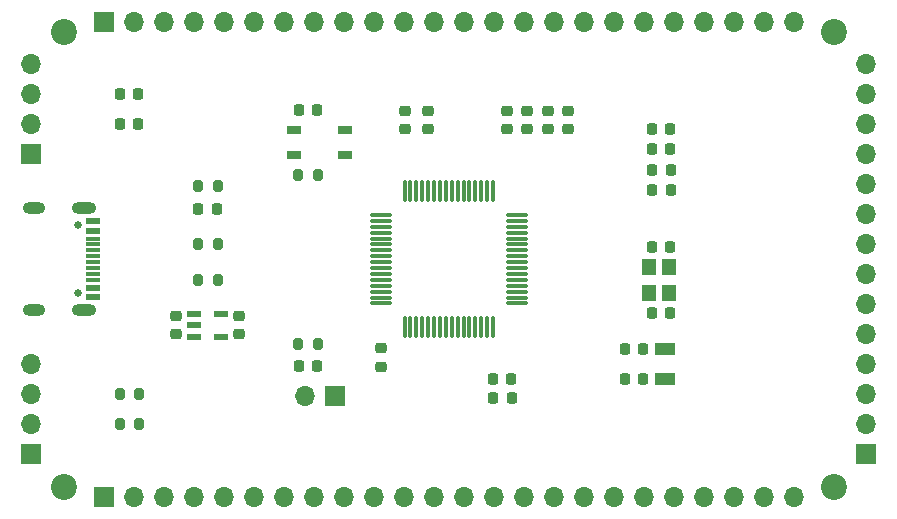
<source format=gts>
%TF.GenerationSoftware,KiCad,Pcbnew,8.0.4*%
%TF.CreationDate,2024-08-12T16:22:58+08:00*%
%TF.ProjectId,UINIO-MCU-HC32F460KETA,55494e49-4f2d-44d4-9355-2d4843333246,Version 1.0.0*%
%TF.SameCoordinates,PX71f45d0PY4ce7800*%
%TF.FileFunction,Soldermask,Top*%
%TF.FilePolarity,Negative*%
%FSLAX46Y46*%
G04 Gerber Fmt 4.6, Leading zero omitted, Abs format (unit mm)*
G04 Created by KiCad (PCBNEW 8.0.4) date 2024-08-12 16:22:58*
%MOMM*%
%LPD*%
G01*
G04 APERTURE LIST*
G04 Aperture macros list*
%AMRoundRect*
0 Rectangle with rounded corners*
0 $1 Rounding radius*
0 $2 $3 $4 $5 $6 $7 $8 $9 X,Y pos of 4 corners*
0 Add a 4 corners polygon primitive as box body*
4,1,4,$2,$3,$4,$5,$6,$7,$8,$9,$2,$3,0*
0 Add four circle primitives for the rounded corners*
1,1,$1+$1,$2,$3*
1,1,$1+$1,$4,$5*
1,1,$1+$1,$6,$7*
1,1,$1+$1,$8,$9*
0 Add four rect primitives between the rounded corners*
20,1,$1+$1,$2,$3,$4,$5,0*
20,1,$1+$1,$4,$5,$6,$7,0*
20,1,$1+$1,$6,$7,$8,$9,0*
20,1,$1+$1,$8,$9,$2,$3,0*%
G04 Aperture macros list end*
%ADD10RoundRect,0.218750X0.218750X0.256250X-0.218750X0.256250X-0.218750X-0.256250X0.218750X-0.256250X0*%
%ADD11RoundRect,0.200000X0.200000X0.275000X-0.200000X0.275000X-0.200000X-0.275000X0.200000X-0.275000X0*%
%ADD12RoundRect,0.225000X0.250000X-0.225000X0.250000X0.225000X-0.250000X0.225000X-0.250000X-0.225000X0*%
%ADD13R,1.157000X0.490000*%
%ADD14R,1.175000X0.490000*%
%ADD15C,2.200000*%
%ADD16RoundRect,0.218750X-0.256250X0.218750X-0.256250X-0.218750X0.256250X-0.218750X0.256250X0.218750X0*%
%ADD17RoundRect,0.225000X-0.225000X-0.250000X0.225000X-0.250000X0.225000X0.250000X-0.225000X0.250000X0*%
%ADD18R,1.800000X1.000000*%
%ADD19R,1.700000X1.700000*%
%ADD20O,1.700000X1.700000*%
%ADD21RoundRect,0.225000X-0.250000X0.225000X-0.250000X-0.225000X0.250000X-0.225000X0.250000X0.225000X0*%
%ADD22C,0.650000*%
%ADD23O,2.100000X1.000000*%
%ADD24O,1.900000X1.000000*%
%ADD25R,1.150000X0.600000*%
%ADD26R,1.150000X0.300000*%
%ADD27RoundRect,0.200000X-0.200000X-0.275000X0.200000X-0.275000X0.200000X0.275000X-0.200000X0.275000X0*%
%ADD28RoundRect,0.225000X0.225000X0.250000X-0.225000X0.250000X-0.225000X-0.250000X0.225000X-0.250000X0*%
%ADD29R,1.200000X0.650000*%
%ADD30O,2.000000X0.300000*%
%ADD31O,0.300000X2.000000*%
%ADD32R,1.200000X1.400000*%
G04 APERTURE END LIST*
D10*
%TO.C,L3*%
X50465000Y-15630000D03*
X48890000Y-15630000D03*
%TD*%
D11*
%TO.C,R4*%
X20600000Y-28670000D03*
X18950000Y-28670000D03*
%TD*%
D12*
%TO.C,C2*%
X40060000Y-10445000D03*
X40060000Y-8895000D03*
%TD*%
D13*
%TO.C,U1*%
X10091500Y-26110000D03*
X10091500Y-27060000D03*
X10091500Y-28010000D03*
D14*
X12399500Y-28010000D03*
X12399500Y-26110000D03*
%TD*%
D12*
%TO.C,C1*%
X38330000Y-10445000D03*
X38330000Y-8895000D03*
%TD*%
%TO.C,C17*%
X25920000Y-30550000D03*
X25920000Y-29000000D03*
%TD*%
D10*
%TO.C,L4*%
X50465000Y-13900000D03*
X48890000Y-13900000D03*
%TD*%
D15*
%TO.C,HOLE\u002A\u002A*%
X-880000Y-40710000D03*
%TD*%
D12*
%TO.C,C4*%
X8610000Y-27830000D03*
X8610000Y-26280000D03*
%TD*%
D15*
%TO.C,HOLE\u002A\u002A*%
X-880000Y-2210000D03*
%TD*%
D16*
%TO.C,L2*%
X36600000Y-8882500D03*
X36600000Y-10457500D03*
%TD*%
D11*
%TO.C,R5*%
X20580000Y-14330000D03*
X18930000Y-14330000D03*
%TD*%
D17*
%TO.C,C9*%
X19000000Y-30480000D03*
X20550000Y-30480000D03*
%TD*%
D18*
%TO.C,Y1*%
X50007500Y-29080002D03*
X50007500Y-31580000D03*
%TD*%
D19*
%TO.C,J4*%
X22080000Y-33010000D03*
D20*
X19540000Y-33010000D03*
%TD*%
D21*
%TO.C,C8*%
X27940000Y-8880000D03*
X27940000Y-10430000D03*
%TD*%
D19*
%TO.C,J5*%
X-3650000Y-12560000D03*
D20*
X-3650000Y-10020000D03*
X-3650000Y-7480000D03*
X-3650000Y-4940000D03*
%TD*%
D22*
%TO.C,USB1*%
X289000Y-18570000D03*
X289000Y-24350000D03*
D23*
X789000Y-17135000D03*
X789000Y-25785000D03*
D24*
X-3411000Y-17135000D03*
X-3411000Y-25785000D03*
D25*
X1551000Y-18260000D03*
X1551000Y-19060000D03*
D26*
X1551000Y-20210000D03*
X1551000Y-21210000D03*
X1551000Y-21710000D03*
X1551000Y-22710000D03*
D25*
X1551000Y-24660000D03*
X1551000Y-23860000D03*
D26*
X1551000Y-23210000D03*
X1551000Y-22210000D03*
X1551000Y-20710000D03*
X1551000Y-19710000D03*
%TD*%
D27*
%TO.C,R7*%
X3815000Y-32880000D03*
X5465000Y-32880000D03*
%TD*%
D12*
%TO.C,C7*%
X13890000Y-27830000D03*
X13890000Y-26280000D03*
%TD*%
D28*
%TO.C,C19*%
X37000000Y-33210000D03*
X35450000Y-33210000D03*
%TD*%
D11*
%TO.C,R6*%
X5465000Y-35420000D03*
X3815000Y-35420000D03*
%TD*%
D19*
%TO.C,J3*%
X2490000Y-1360000D03*
D20*
X5030000Y-1360000D03*
X7570000Y-1360000D03*
X10110000Y-1360000D03*
X12650000Y-1360000D03*
X15190000Y-1360000D03*
X17730000Y-1360000D03*
X20270000Y-1360000D03*
X22810000Y-1360000D03*
X25350000Y-1360000D03*
X27890000Y-1360000D03*
X30430000Y-1360000D03*
X32970000Y-1360000D03*
X35510000Y-1360000D03*
X38050000Y-1360000D03*
X40590000Y-1360000D03*
X43130000Y-1360000D03*
X45670000Y-1360000D03*
X48210000Y-1360000D03*
X50750000Y-1360000D03*
X53290000Y-1360000D03*
X55830000Y-1360000D03*
X58370000Y-1360000D03*
X60910000Y-1360000D03*
%TD*%
D19*
%TO.C,J1*%
X67030000Y-37960000D03*
D20*
X67030000Y-35420000D03*
X67030000Y-32880000D03*
X67030000Y-30340000D03*
X67030000Y-27800000D03*
X67030000Y-25260000D03*
X67030000Y-22720000D03*
X67030000Y-20180000D03*
X67030000Y-17640000D03*
X67030000Y-15100000D03*
X67030000Y-12560000D03*
X67030000Y-10020000D03*
X67030000Y-7480000D03*
X67030000Y-4940000D03*
%TD*%
D21*
%TO.C,C12*%
X29920000Y-8880000D03*
X29920000Y-10430000D03*
%TD*%
D29*
%TO.C,SW1*%
X22880000Y-12670000D03*
X18580000Y-12670000D03*
X22880000Y-10520000D03*
X18580000Y-10520000D03*
%TD*%
D28*
%TO.C,C11*%
X5415000Y-10020000D03*
X3865000Y-10020000D03*
%TD*%
%TO.C,C6*%
X36990000Y-31600000D03*
X35440000Y-31600000D03*
%TD*%
D10*
%TO.C,D1*%
X12062500Y-17250000D03*
X10487500Y-17250000D03*
%TD*%
D15*
%TO.C,HOLE\u002A\u002A*%
X64280000Y-2210000D03*
%TD*%
D27*
%TO.C,R1*%
X10470000Y-20200000D03*
X12120000Y-20200000D03*
%TD*%
D28*
%TO.C,C18*%
X50450000Y-26050000D03*
X48900000Y-26050000D03*
%TD*%
D16*
%TO.C,L1*%
X41790000Y-8882500D03*
X41790000Y-10457500D03*
%TD*%
D17*
%TO.C,C14*%
X48900000Y-20390000D03*
X50450000Y-20390000D03*
%TD*%
%TO.C,C13*%
X18980000Y-8860000D03*
X20530000Y-8860000D03*
%TD*%
D27*
%TO.C,R3*%
X10470000Y-15260000D03*
X12120000Y-15260000D03*
%TD*%
D17*
%TO.C,C3*%
X48902500Y-10440000D03*
X50452500Y-10440000D03*
%TD*%
D27*
%TO.C,R2*%
X10470000Y-23210000D03*
X12120000Y-23210000D03*
%TD*%
D28*
%TO.C,C10*%
X5415000Y-7480000D03*
X3865000Y-7480000D03*
%TD*%
D19*
%TO.C,J6*%
X-3650000Y-37960000D03*
D20*
X-3650000Y-35420000D03*
X-3650000Y-32880000D03*
X-3650000Y-30340000D03*
%TD*%
D17*
%TO.C,C5*%
X48902500Y-12170000D03*
X50452500Y-12170000D03*
%TD*%
%TO.C,C16*%
X46600000Y-29060000D03*
X48150000Y-29060000D03*
%TD*%
D30*
%TO.C,U2*%
X37440000Y-25210000D03*
X37440000Y-24710000D03*
X37440000Y-24210000D03*
X37440000Y-23710000D03*
X37440000Y-23210000D03*
X37440000Y-22710000D03*
X37440000Y-22210000D03*
X37440000Y-21710000D03*
X37440000Y-21210000D03*
X37440000Y-20710000D03*
X37440000Y-20210000D03*
X37440000Y-19710000D03*
X37440000Y-19210000D03*
X37440000Y-18710000D03*
X37440000Y-18210000D03*
X37440000Y-17710000D03*
D31*
X35440000Y-15710000D03*
X34940000Y-15710000D03*
X34440000Y-15710000D03*
X33940000Y-15710000D03*
X33440000Y-15710000D03*
X32940000Y-15710000D03*
X32440000Y-15710000D03*
X31940000Y-15710000D03*
X31440000Y-15710000D03*
X30940000Y-15710000D03*
X30440000Y-15710000D03*
X29940000Y-15710000D03*
X29440000Y-15710000D03*
X28940000Y-15710000D03*
X28440000Y-15710000D03*
X27940000Y-15710000D03*
D30*
X25940000Y-17710000D03*
X25940000Y-18210000D03*
X25940000Y-18710000D03*
X25940000Y-19210000D03*
X25940000Y-19710000D03*
X25940000Y-20210000D03*
X25940000Y-20710000D03*
X25940000Y-21210000D03*
X25940000Y-21710000D03*
X25940000Y-22210000D03*
X25940000Y-22710000D03*
X25940000Y-23210000D03*
X25940000Y-23710000D03*
X25940000Y-24210000D03*
X25940000Y-24710000D03*
X25940000Y-25210000D03*
D31*
X27940000Y-27210000D03*
X28440000Y-27210000D03*
X28940000Y-27210000D03*
X29440000Y-27210000D03*
X29940000Y-27210000D03*
X30440000Y-27210000D03*
X30940000Y-27210000D03*
X31440000Y-27210000D03*
X31940000Y-27210000D03*
X32440000Y-27210000D03*
X32940000Y-27210000D03*
X33440000Y-27210000D03*
X33940000Y-27210000D03*
X34440000Y-27210000D03*
X34940000Y-27210000D03*
X35440000Y-27210000D03*
%TD*%
D17*
%TO.C,C15*%
X46600000Y-31600002D03*
X48150000Y-31600002D03*
%TD*%
D19*
%TO.C,J2*%
X2490000Y-41560000D03*
D20*
X5030000Y-41560000D03*
X7570000Y-41560000D03*
X10110000Y-41560000D03*
X12650000Y-41560000D03*
X15190000Y-41560000D03*
X17730000Y-41560000D03*
X20270000Y-41560000D03*
X22810000Y-41560000D03*
X25350000Y-41560000D03*
X27890000Y-41560000D03*
X30430000Y-41560000D03*
X32970000Y-41560000D03*
X35510000Y-41560000D03*
X38050000Y-41560000D03*
X40590000Y-41560000D03*
X43130000Y-41560000D03*
X45670000Y-41560000D03*
X48210000Y-41560000D03*
X50750000Y-41560000D03*
X53290000Y-41560000D03*
X55830000Y-41560000D03*
X58370000Y-41560000D03*
X60910000Y-41560000D03*
%TD*%
D32*
%TO.C,Y2*%
X48605000Y-22120000D03*
X48605000Y-24320000D03*
X50305000Y-24320000D03*
X50305000Y-22120000D03*
%TD*%
D15*
%TO.C,HOLE\u002A\u002A*%
X64280000Y-40710000D03*
%TD*%
M02*

</source>
